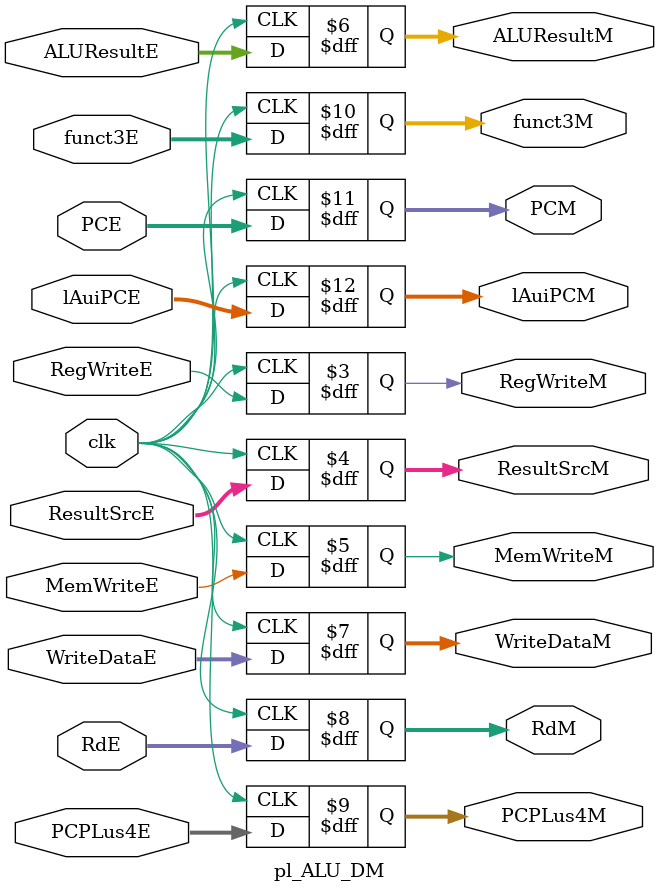
<source format=v>
module pl_ALU_DM (
    input clk,
    input RegWriteE,
    input [1:0] ResultSrcE,
    input MemWriteE,
    input [31:0] ALUResultE,
    input [31:0] WriteDataE,
    input [4:0] RdE,
    input [31:0] PCPLus4E,
	 input [2:0] funct3E,
	 input [31:0] PCE,
	 input [31:0] lAuiPCE,
    output reg RegWriteM,
    output reg [1:0] ResultSrcM,
    output reg MemWriteM,
    output reg [31:0] ALUResultM,
    output reg [31:0] WriteDataM,
    output reg [4:0] RdM,
    output reg [31:0] PCPLus4M,
	 output reg [2:0] funct3M,
	 output reg [31:0] PCM,
	 output reg [31:0] lAuiPCM
);

initial begin
    RegWriteM <= 0;
    ResultSrcM <= 0;
    MemWriteM <= 0;
    ALUResultM <= 0;
    WriteDataM <= 0;
    RdM <= 0;
    PCPLus4M <= 0;
	 funct3M <= 0;
	 PCM <= 0;
	 lAuiPCM <= 0;
end

always @(posedge clk) begin
    RegWriteM <= RegWriteE;
    ResultSrcM <= ResultSrcE;
    MemWriteM <= MemWriteE;
    ALUResultM <= ALUResultE;
    WriteDataM <= WriteDataE;
    RdM <= RdE;
    PCPLus4M <= PCPLus4E;
	 funct3M <= funct3E;
	 PCM <= PCE;
	 lAuiPCM <= lAuiPCE;
end

endmodule 
</source>
